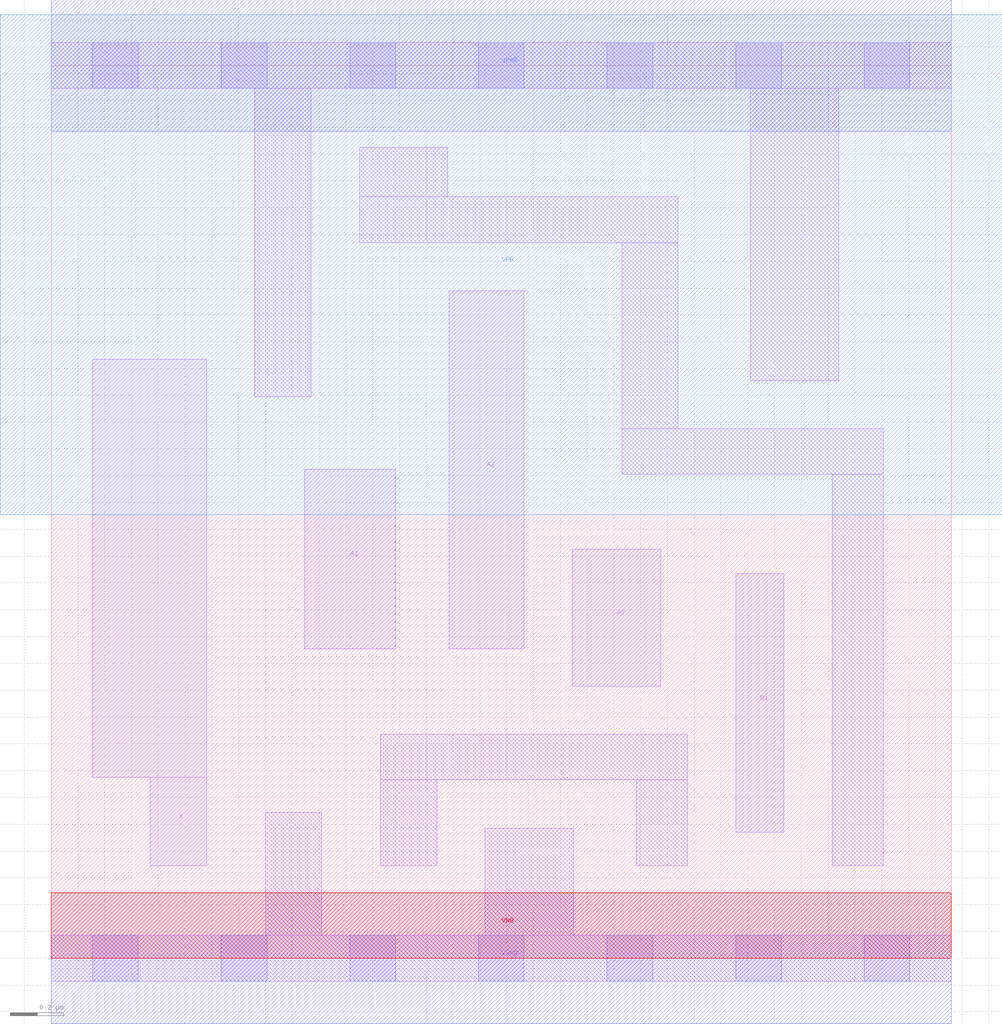
<source format=lef>
# Copyright 2020 The SkyWater PDK Authors
#
# Licensed under the Apache License, Version 2.0 (the "License");
# you may not use this file except in compliance with the License.
# You may obtain a copy of the License at
#
#     https://www.apache.org/licenses/LICENSE-2.0
#
# Unless required by applicable law or agreed to in writing, software
# distributed under the License is distributed on an "AS IS" BASIS,
# WITHOUT WARRANTIES OR CONDITIONS OF ANY KIND, either express or implied.
# See the License for the specific language governing permissions and
# limitations under the License.
#
# SPDX-License-Identifier: Apache-2.0

VERSION 5.7 ;
  NOWIREEXTENSIONATPIN ON ;
  DIVIDERCHAR "/" ;
  BUSBITCHARS "[]" ;
MACRO sky130_fd_sc_lp__o31a_m
  CLASS CORE ;
  FOREIGN sky130_fd_sc_lp__o31a_m ;
  ORIGIN  0.000000  0.000000 ;
  SIZE  3.360000 BY  3.330000 ;
  SYMMETRY X Y R90 ;
  SITE unit ;
  PIN A1
    ANTENNAGATEAREA  0.126000 ;
    DIRECTION INPUT ;
    USE SIGNAL ;
    PORT
      LAYER li1 ;
        RECT 0.945000 1.155000 1.285000 1.825000 ;
    END
  END A1
  PIN A2
    ANTENNAGATEAREA  0.126000 ;
    DIRECTION INPUT ;
    USE SIGNAL ;
    PORT
      LAYER li1 ;
        RECT 1.485000 1.155000 1.765000 2.490000 ;
    END
  END A2
  PIN A3
    ANTENNAGATEAREA  0.126000 ;
    DIRECTION INPUT ;
    USE SIGNAL ;
    PORT
      LAYER li1 ;
        RECT 1.945000 1.015000 2.275000 1.525000 ;
    END
  END A3
  PIN B1
    ANTENNAGATEAREA  0.126000 ;
    DIRECTION INPUT ;
    USE SIGNAL ;
    PORT
      LAYER li1 ;
        RECT 2.555000 0.470000 2.735000 1.435000 ;
    END
  END B1
  PIN X
    ANTENNADIFFAREA  0.222600 ;
    DIRECTION OUTPUT ;
    USE SIGNAL ;
    PORT
      LAYER li1 ;
        RECT 0.155000 0.675000 0.580000 2.235000 ;
        RECT 0.370000 0.345000 0.580000 0.675000 ;
    END
  END X
  PIN VGND
    DIRECTION INOUT ;
    USE GROUND ;
    PORT
      LAYER met1 ;
        RECT 0.000000 -0.245000 3.360000 0.245000 ;
    END
  END VGND
  PIN VNB
    DIRECTION INOUT ;
    USE GROUND ;
    PORT
      LAYER pwell ;
        RECT 0.000000 0.000000 3.360000 0.245000 ;
    END
  END VNB
  PIN VPB
    DIRECTION INOUT ;
    USE POWER ;
    PORT
      LAYER nwell ;
        RECT -0.190000 1.655000 3.550000 3.520000 ;
    END
  END VPB
  PIN VPWR
    DIRECTION INOUT ;
    USE POWER ;
    PORT
      LAYER met1 ;
        RECT 0.000000 3.085000 3.360000 3.575000 ;
    END
  END VPWR
  OBS
    LAYER li1 ;
      RECT 0.000000 -0.085000 3.360000 0.085000 ;
      RECT 0.000000  3.245000 3.360000 3.415000 ;
      RECT 0.760000  2.095000 0.970000 3.245000 ;
      RECT 0.800000  0.085000 1.010000 0.545000 ;
      RECT 1.150000  2.670000 2.340000 2.840000 ;
      RECT 1.150000  2.840000 1.480000 3.025000 ;
      RECT 1.230000  0.345000 1.440000 0.665000 ;
      RECT 1.230000  0.665000 2.375000 0.835000 ;
      RECT 1.620000  0.085000 1.950000 0.485000 ;
      RECT 2.130000  1.805000 3.105000 1.975000 ;
      RECT 2.130000  1.975000 2.340000 2.670000 ;
      RECT 2.185000  0.345000 2.375000 0.665000 ;
      RECT 2.610000  2.155000 2.940000 3.245000 ;
      RECT 2.915000  0.345000 3.105000 1.805000 ;
    LAYER mcon ;
      RECT 0.155000 -0.085000 0.325000 0.085000 ;
      RECT 0.155000  3.245000 0.325000 3.415000 ;
      RECT 0.635000 -0.085000 0.805000 0.085000 ;
      RECT 0.635000  3.245000 0.805000 3.415000 ;
      RECT 1.115000 -0.085000 1.285000 0.085000 ;
      RECT 1.115000  3.245000 1.285000 3.415000 ;
      RECT 1.595000 -0.085000 1.765000 0.085000 ;
      RECT 1.595000  3.245000 1.765000 3.415000 ;
      RECT 2.075000 -0.085000 2.245000 0.085000 ;
      RECT 2.075000  3.245000 2.245000 3.415000 ;
      RECT 2.555000 -0.085000 2.725000 0.085000 ;
      RECT 2.555000  3.245000 2.725000 3.415000 ;
      RECT 3.035000 -0.085000 3.205000 0.085000 ;
      RECT 3.035000  3.245000 3.205000 3.415000 ;
  END
END sky130_fd_sc_lp__o31a_m
END LIBRARY

</source>
